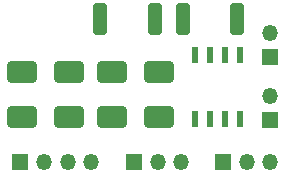
<source format=gbr>
%TF.GenerationSoftware,KiCad,Pcbnew,7.0.5*%
%TF.CreationDate,2023-08-11T08:16:59+02:00*%
%TF.ProjectId,FiresportTimer,46697265-7370-46f7-9274-54696d65722e,rev?*%
%TF.SameCoordinates,Original*%
%TF.FileFunction,Soldermask,Top*%
%TF.FilePolarity,Negative*%
%FSLAX46Y46*%
G04 Gerber Fmt 4.6, Leading zero omitted, Abs format (unit mm)*
G04 Created by KiCad (PCBNEW 7.0.5) date 2023-08-11 08:16:59*
%MOMM*%
%LPD*%
G01*
G04 APERTURE LIST*
G04 Aperture macros list*
%AMRoundRect*
0 Rectangle with rounded corners*
0 $1 Rounding radius*
0 $2 $3 $4 $5 $6 $7 $8 $9 X,Y pos of 4 corners*
0 Add a 4 corners polygon primitive as box body*
4,1,4,$2,$3,$4,$5,$6,$7,$8,$9,$2,$3,0*
0 Add four circle primitives for the rounded corners*
1,1,$1+$1,$2,$3*
1,1,$1+$1,$4,$5*
1,1,$1+$1,$6,$7*
1,1,$1+$1,$8,$9*
0 Add four rect primitives between the rounded corners*
20,1,$1+$1,$2,$3,$4,$5,0*
20,1,$1+$1,$4,$5,$6,$7,0*
20,1,$1+$1,$6,$7,$8,$9,0*
20,1,$1+$1,$8,$9,$2,$3,0*%
G04 Aperture macros list end*
%ADD10R,1.350000X1.350000*%
%ADD11O,1.350000X1.350000*%
%ADD12RoundRect,0.250000X1.000000X0.650000X-1.000000X0.650000X-1.000000X-0.650000X1.000000X-0.650000X0*%
%ADD13RoundRect,0.250000X-1.000000X-0.650000X1.000000X-0.650000X1.000000X0.650000X-1.000000X0.650000X0*%
%ADD14R,0.558000X1.454899*%
%ADD15RoundRect,0.250000X0.362500X1.075000X-0.362500X1.075000X-0.362500X-1.075000X0.362500X-1.075000X0*%
G04 APERTURE END LIST*
D10*
%TO.C,CON_LED_L1*%
X173355000Y-67580000D03*
D11*
X173355000Y-65580000D03*
%TD*%
D10*
%TO.C,CON_OUT1*%
X152210000Y-71120000D03*
D11*
X154210000Y-71120000D03*
X156210000Y-71120000D03*
X158210000Y-71120000D03*
%TD*%
D12*
%TO.C,D_OUT_R1*%
X156305000Y-67310000D03*
X152305000Y-67310000D03*
%TD*%
D13*
%TO.C,D_GATE_L1*%
X159925000Y-63500000D03*
X163925000Y-63500000D03*
%TD*%
D10*
%TO.C,CON_HAL_L1*%
X169355000Y-71120000D03*
D11*
X171355000Y-71120000D03*
X173355000Y-71120000D03*
%TD*%
D12*
%TO.C,D_OUT_L1*%
X156305000Y-63500000D03*
X152305000Y-63500000D03*
%TD*%
D13*
%TO.C,D_GATE_R1*%
X159925000Y-67310000D03*
X163925000Y-67310000D03*
%TD*%
D14*
%TO.C,Q1*%
X170815000Y-62048652D03*
X169545000Y-62048652D03*
X168275000Y-62048652D03*
X167005000Y-62048652D03*
X167005000Y-67491348D03*
X168275000Y-67491348D03*
X169545000Y-67491348D03*
X170815000Y-67491348D03*
%TD*%
D15*
%TO.C,R_PULLUP_R1*%
X163602500Y-59055000D03*
X158977500Y-59055000D03*
%TD*%
D10*
%TO.C,CON_LED_R1*%
X173355000Y-62230000D03*
D11*
X173355000Y-60230000D03*
%TD*%
D15*
%TO.C,R_PULLUP_L1*%
X170587500Y-59055000D03*
X165962500Y-59055000D03*
%TD*%
D10*
%TO.C,CON_HAL_R1*%
X161830000Y-71120000D03*
D11*
X163830000Y-71120000D03*
X165830000Y-71120000D03*
%TD*%
M02*

</source>
